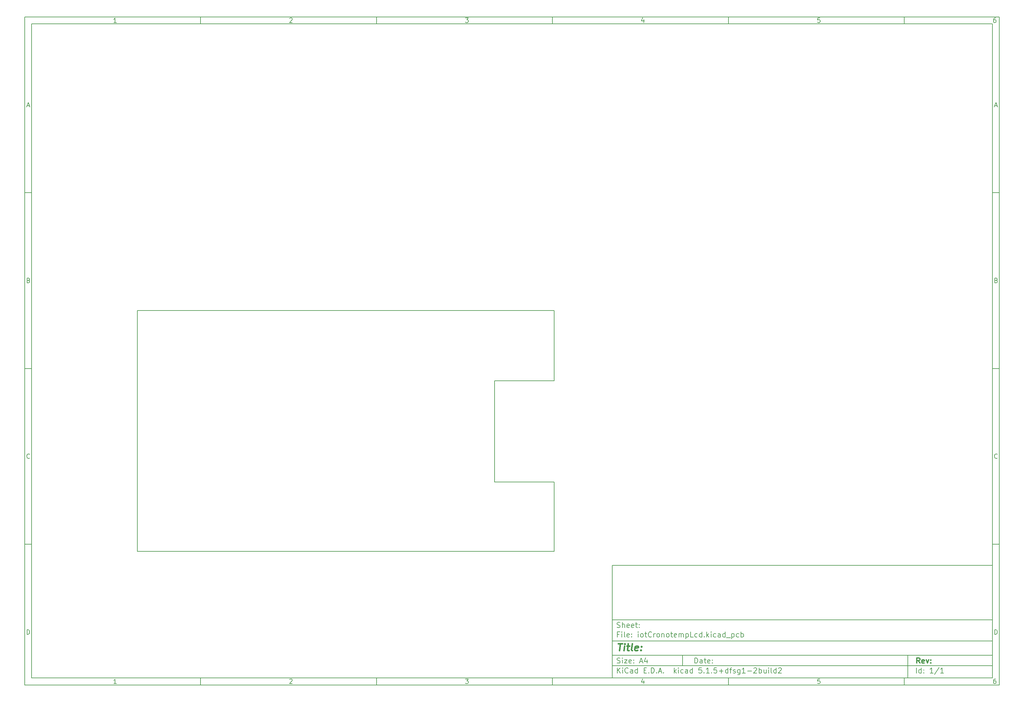
<source format=gbr>
%TF.GenerationSoftware,KiCad,Pcbnew,5.1.5+dfsg1-2build2*%
%TF.CreationDate,2021-01-19T23:04:30+01:00*%
%TF.ProjectId,iotCronotempLcd,696f7443-726f-46e6-9f74-656d704c6364,rev?*%
%TF.SameCoordinates,Original*%
%TF.FileFunction,Profile,NP*%
%FSLAX46Y46*%
G04 Gerber Fmt 4.6, Leading zero omitted, Abs format (unit mm)*
G04 Created by KiCad (PCBNEW 5.1.5+dfsg1-2build2) date 2021-01-19 23:04:30*
%MOMM*%
%LPD*%
G04 APERTURE LIST*
%ADD10C,0.100000*%
%ADD11C,0.150000*%
%ADD12C,0.300000*%
%ADD13C,0.400000*%
%TA.AperFunction,Profile*%
%ADD14C,0.150000*%
%TD*%
G04 APERTURE END LIST*
D10*
D11*
X177002200Y-166007200D02*
X177002200Y-198007200D01*
X285002200Y-198007200D01*
X285002200Y-166007200D01*
X177002200Y-166007200D01*
D10*
D11*
X10000000Y-10000000D02*
X10000000Y-200007200D01*
X287002200Y-200007200D01*
X287002200Y-10000000D01*
X10000000Y-10000000D01*
D10*
D11*
X12000000Y-12000000D02*
X12000000Y-198007200D01*
X285002200Y-198007200D01*
X285002200Y-12000000D01*
X12000000Y-12000000D01*
D10*
D11*
X60000000Y-12000000D02*
X60000000Y-10000000D01*
D10*
D11*
X110000000Y-12000000D02*
X110000000Y-10000000D01*
D10*
D11*
X160000000Y-12000000D02*
X160000000Y-10000000D01*
D10*
D11*
X210000000Y-12000000D02*
X210000000Y-10000000D01*
D10*
D11*
X260000000Y-12000000D02*
X260000000Y-10000000D01*
D10*
D11*
X36065476Y-11588095D02*
X35322619Y-11588095D01*
X35694047Y-11588095D02*
X35694047Y-10288095D01*
X35570238Y-10473809D01*
X35446428Y-10597619D01*
X35322619Y-10659523D01*
D10*
D11*
X85322619Y-10411904D02*
X85384523Y-10350000D01*
X85508333Y-10288095D01*
X85817857Y-10288095D01*
X85941666Y-10350000D01*
X86003571Y-10411904D01*
X86065476Y-10535714D01*
X86065476Y-10659523D01*
X86003571Y-10845238D01*
X85260714Y-11588095D01*
X86065476Y-11588095D01*
D10*
D11*
X135260714Y-10288095D02*
X136065476Y-10288095D01*
X135632142Y-10783333D01*
X135817857Y-10783333D01*
X135941666Y-10845238D01*
X136003571Y-10907142D01*
X136065476Y-11030952D01*
X136065476Y-11340476D01*
X136003571Y-11464285D01*
X135941666Y-11526190D01*
X135817857Y-11588095D01*
X135446428Y-11588095D01*
X135322619Y-11526190D01*
X135260714Y-11464285D01*
D10*
D11*
X185941666Y-10721428D02*
X185941666Y-11588095D01*
X185632142Y-10226190D02*
X185322619Y-11154761D01*
X186127380Y-11154761D01*
D10*
D11*
X236003571Y-10288095D02*
X235384523Y-10288095D01*
X235322619Y-10907142D01*
X235384523Y-10845238D01*
X235508333Y-10783333D01*
X235817857Y-10783333D01*
X235941666Y-10845238D01*
X236003571Y-10907142D01*
X236065476Y-11030952D01*
X236065476Y-11340476D01*
X236003571Y-11464285D01*
X235941666Y-11526190D01*
X235817857Y-11588095D01*
X235508333Y-11588095D01*
X235384523Y-11526190D01*
X235322619Y-11464285D01*
D10*
D11*
X285941666Y-10288095D02*
X285694047Y-10288095D01*
X285570238Y-10350000D01*
X285508333Y-10411904D01*
X285384523Y-10597619D01*
X285322619Y-10845238D01*
X285322619Y-11340476D01*
X285384523Y-11464285D01*
X285446428Y-11526190D01*
X285570238Y-11588095D01*
X285817857Y-11588095D01*
X285941666Y-11526190D01*
X286003571Y-11464285D01*
X286065476Y-11340476D01*
X286065476Y-11030952D01*
X286003571Y-10907142D01*
X285941666Y-10845238D01*
X285817857Y-10783333D01*
X285570238Y-10783333D01*
X285446428Y-10845238D01*
X285384523Y-10907142D01*
X285322619Y-11030952D01*
D10*
D11*
X60000000Y-198007200D02*
X60000000Y-200007200D01*
D10*
D11*
X110000000Y-198007200D02*
X110000000Y-200007200D01*
D10*
D11*
X160000000Y-198007200D02*
X160000000Y-200007200D01*
D10*
D11*
X210000000Y-198007200D02*
X210000000Y-200007200D01*
D10*
D11*
X260000000Y-198007200D02*
X260000000Y-200007200D01*
D10*
D11*
X36065476Y-199595295D02*
X35322619Y-199595295D01*
X35694047Y-199595295D02*
X35694047Y-198295295D01*
X35570238Y-198481009D01*
X35446428Y-198604819D01*
X35322619Y-198666723D01*
D10*
D11*
X85322619Y-198419104D02*
X85384523Y-198357200D01*
X85508333Y-198295295D01*
X85817857Y-198295295D01*
X85941666Y-198357200D01*
X86003571Y-198419104D01*
X86065476Y-198542914D01*
X86065476Y-198666723D01*
X86003571Y-198852438D01*
X85260714Y-199595295D01*
X86065476Y-199595295D01*
D10*
D11*
X135260714Y-198295295D02*
X136065476Y-198295295D01*
X135632142Y-198790533D01*
X135817857Y-198790533D01*
X135941666Y-198852438D01*
X136003571Y-198914342D01*
X136065476Y-199038152D01*
X136065476Y-199347676D01*
X136003571Y-199471485D01*
X135941666Y-199533390D01*
X135817857Y-199595295D01*
X135446428Y-199595295D01*
X135322619Y-199533390D01*
X135260714Y-199471485D01*
D10*
D11*
X185941666Y-198728628D02*
X185941666Y-199595295D01*
X185632142Y-198233390D02*
X185322619Y-199161961D01*
X186127380Y-199161961D01*
D10*
D11*
X236003571Y-198295295D02*
X235384523Y-198295295D01*
X235322619Y-198914342D01*
X235384523Y-198852438D01*
X235508333Y-198790533D01*
X235817857Y-198790533D01*
X235941666Y-198852438D01*
X236003571Y-198914342D01*
X236065476Y-199038152D01*
X236065476Y-199347676D01*
X236003571Y-199471485D01*
X235941666Y-199533390D01*
X235817857Y-199595295D01*
X235508333Y-199595295D01*
X235384523Y-199533390D01*
X235322619Y-199471485D01*
D10*
D11*
X285941666Y-198295295D02*
X285694047Y-198295295D01*
X285570238Y-198357200D01*
X285508333Y-198419104D01*
X285384523Y-198604819D01*
X285322619Y-198852438D01*
X285322619Y-199347676D01*
X285384523Y-199471485D01*
X285446428Y-199533390D01*
X285570238Y-199595295D01*
X285817857Y-199595295D01*
X285941666Y-199533390D01*
X286003571Y-199471485D01*
X286065476Y-199347676D01*
X286065476Y-199038152D01*
X286003571Y-198914342D01*
X285941666Y-198852438D01*
X285817857Y-198790533D01*
X285570238Y-198790533D01*
X285446428Y-198852438D01*
X285384523Y-198914342D01*
X285322619Y-199038152D01*
D10*
D11*
X10000000Y-60000000D02*
X12000000Y-60000000D01*
D10*
D11*
X10000000Y-110000000D02*
X12000000Y-110000000D01*
D10*
D11*
X10000000Y-160000000D02*
X12000000Y-160000000D01*
D10*
D11*
X10690476Y-35216666D02*
X11309523Y-35216666D01*
X10566666Y-35588095D02*
X11000000Y-34288095D01*
X11433333Y-35588095D01*
D10*
D11*
X11092857Y-84907142D02*
X11278571Y-84969047D01*
X11340476Y-85030952D01*
X11402380Y-85154761D01*
X11402380Y-85340476D01*
X11340476Y-85464285D01*
X11278571Y-85526190D01*
X11154761Y-85588095D01*
X10659523Y-85588095D01*
X10659523Y-84288095D01*
X11092857Y-84288095D01*
X11216666Y-84350000D01*
X11278571Y-84411904D01*
X11340476Y-84535714D01*
X11340476Y-84659523D01*
X11278571Y-84783333D01*
X11216666Y-84845238D01*
X11092857Y-84907142D01*
X10659523Y-84907142D01*
D10*
D11*
X11402380Y-135464285D02*
X11340476Y-135526190D01*
X11154761Y-135588095D01*
X11030952Y-135588095D01*
X10845238Y-135526190D01*
X10721428Y-135402380D01*
X10659523Y-135278571D01*
X10597619Y-135030952D01*
X10597619Y-134845238D01*
X10659523Y-134597619D01*
X10721428Y-134473809D01*
X10845238Y-134350000D01*
X11030952Y-134288095D01*
X11154761Y-134288095D01*
X11340476Y-134350000D01*
X11402380Y-134411904D01*
D10*
D11*
X10659523Y-185588095D02*
X10659523Y-184288095D01*
X10969047Y-184288095D01*
X11154761Y-184350000D01*
X11278571Y-184473809D01*
X11340476Y-184597619D01*
X11402380Y-184845238D01*
X11402380Y-185030952D01*
X11340476Y-185278571D01*
X11278571Y-185402380D01*
X11154761Y-185526190D01*
X10969047Y-185588095D01*
X10659523Y-185588095D01*
D10*
D11*
X287002200Y-60000000D02*
X285002200Y-60000000D01*
D10*
D11*
X287002200Y-110000000D02*
X285002200Y-110000000D01*
D10*
D11*
X287002200Y-160000000D02*
X285002200Y-160000000D01*
D10*
D11*
X285692676Y-35216666D02*
X286311723Y-35216666D01*
X285568866Y-35588095D02*
X286002200Y-34288095D01*
X286435533Y-35588095D01*
D10*
D11*
X286095057Y-84907142D02*
X286280771Y-84969047D01*
X286342676Y-85030952D01*
X286404580Y-85154761D01*
X286404580Y-85340476D01*
X286342676Y-85464285D01*
X286280771Y-85526190D01*
X286156961Y-85588095D01*
X285661723Y-85588095D01*
X285661723Y-84288095D01*
X286095057Y-84288095D01*
X286218866Y-84350000D01*
X286280771Y-84411904D01*
X286342676Y-84535714D01*
X286342676Y-84659523D01*
X286280771Y-84783333D01*
X286218866Y-84845238D01*
X286095057Y-84907142D01*
X285661723Y-84907142D01*
D10*
D11*
X286404580Y-135464285D02*
X286342676Y-135526190D01*
X286156961Y-135588095D01*
X286033152Y-135588095D01*
X285847438Y-135526190D01*
X285723628Y-135402380D01*
X285661723Y-135278571D01*
X285599819Y-135030952D01*
X285599819Y-134845238D01*
X285661723Y-134597619D01*
X285723628Y-134473809D01*
X285847438Y-134350000D01*
X286033152Y-134288095D01*
X286156961Y-134288095D01*
X286342676Y-134350000D01*
X286404580Y-134411904D01*
D10*
D11*
X285661723Y-185588095D02*
X285661723Y-184288095D01*
X285971247Y-184288095D01*
X286156961Y-184350000D01*
X286280771Y-184473809D01*
X286342676Y-184597619D01*
X286404580Y-184845238D01*
X286404580Y-185030952D01*
X286342676Y-185278571D01*
X286280771Y-185402380D01*
X286156961Y-185526190D01*
X285971247Y-185588095D01*
X285661723Y-185588095D01*
D10*
D11*
X200434342Y-193785771D02*
X200434342Y-192285771D01*
X200791485Y-192285771D01*
X201005771Y-192357200D01*
X201148628Y-192500057D01*
X201220057Y-192642914D01*
X201291485Y-192928628D01*
X201291485Y-193142914D01*
X201220057Y-193428628D01*
X201148628Y-193571485D01*
X201005771Y-193714342D01*
X200791485Y-193785771D01*
X200434342Y-193785771D01*
X202577200Y-193785771D02*
X202577200Y-193000057D01*
X202505771Y-192857200D01*
X202362914Y-192785771D01*
X202077200Y-192785771D01*
X201934342Y-192857200D01*
X202577200Y-193714342D02*
X202434342Y-193785771D01*
X202077200Y-193785771D01*
X201934342Y-193714342D01*
X201862914Y-193571485D01*
X201862914Y-193428628D01*
X201934342Y-193285771D01*
X202077200Y-193214342D01*
X202434342Y-193214342D01*
X202577200Y-193142914D01*
X203077200Y-192785771D02*
X203648628Y-192785771D01*
X203291485Y-192285771D02*
X203291485Y-193571485D01*
X203362914Y-193714342D01*
X203505771Y-193785771D01*
X203648628Y-193785771D01*
X204720057Y-193714342D02*
X204577200Y-193785771D01*
X204291485Y-193785771D01*
X204148628Y-193714342D01*
X204077200Y-193571485D01*
X204077200Y-193000057D01*
X204148628Y-192857200D01*
X204291485Y-192785771D01*
X204577200Y-192785771D01*
X204720057Y-192857200D01*
X204791485Y-193000057D01*
X204791485Y-193142914D01*
X204077200Y-193285771D01*
X205434342Y-193642914D02*
X205505771Y-193714342D01*
X205434342Y-193785771D01*
X205362914Y-193714342D01*
X205434342Y-193642914D01*
X205434342Y-193785771D01*
X205434342Y-192857200D02*
X205505771Y-192928628D01*
X205434342Y-193000057D01*
X205362914Y-192928628D01*
X205434342Y-192857200D01*
X205434342Y-193000057D01*
D10*
D11*
X177002200Y-194507200D02*
X285002200Y-194507200D01*
D10*
D11*
X178434342Y-196585771D02*
X178434342Y-195085771D01*
X179291485Y-196585771D02*
X178648628Y-195728628D01*
X179291485Y-195085771D02*
X178434342Y-195942914D01*
X179934342Y-196585771D02*
X179934342Y-195585771D01*
X179934342Y-195085771D02*
X179862914Y-195157200D01*
X179934342Y-195228628D01*
X180005771Y-195157200D01*
X179934342Y-195085771D01*
X179934342Y-195228628D01*
X181505771Y-196442914D02*
X181434342Y-196514342D01*
X181220057Y-196585771D01*
X181077200Y-196585771D01*
X180862914Y-196514342D01*
X180720057Y-196371485D01*
X180648628Y-196228628D01*
X180577200Y-195942914D01*
X180577200Y-195728628D01*
X180648628Y-195442914D01*
X180720057Y-195300057D01*
X180862914Y-195157200D01*
X181077200Y-195085771D01*
X181220057Y-195085771D01*
X181434342Y-195157200D01*
X181505771Y-195228628D01*
X182791485Y-196585771D02*
X182791485Y-195800057D01*
X182720057Y-195657200D01*
X182577200Y-195585771D01*
X182291485Y-195585771D01*
X182148628Y-195657200D01*
X182791485Y-196514342D02*
X182648628Y-196585771D01*
X182291485Y-196585771D01*
X182148628Y-196514342D01*
X182077200Y-196371485D01*
X182077200Y-196228628D01*
X182148628Y-196085771D01*
X182291485Y-196014342D01*
X182648628Y-196014342D01*
X182791485Y-195942914D01*
X184148628Y-196585771D02*
X184148628Y-195085771D01*
X184148628Y-196514342D02*
X184005771Y-196585771D01*
X183720057Y-196585771D01*
X183577200Y-196514342D01*
X183505771Y-196442914D01*
X183434342Y-196300057D01*
X183434342Y-195871485D01*
X183505771Y-195728628D01*
X183577200Y-195657200D01*
X183720057Y-195585771D01*
X184005771Y-195585771D01*
X184148628Y-195657200D01*
X186005771Y-195800057D02*
X186505771Y-195800057D01*
X186720057Y-196585771D02*
X186005771Y-196585771D01*
X186005771Y-195085771D01*
X186720057Y-195085771D01*
X187362914Y-196442914D02*
X187434342Y-196514342D01*
X187362914Y-196585771D01*
X187291485Y-196514342D01*
X187362914Y-196442914D01*
X187362914Y-196585771D01*
X188077200Y-196585771D02*
X188077200Y-195085771D01*
X188434342Y-195085771D01*
X188648628Y-195157200D01*
X188791485Y-195300057D01*
X188862914Y-195442914D01*
X188934342Y-195728628D01*
X188934342Y-195942914D01*
X188862914Y-196228628D01*
X188791485Y-196371485D01*
X188648628Y-196514342D01*
X188434342Y-196585771D01*
X188077200Y-196585771D01*
X189577200Y-196442914D02*
X189648628Y-196514342D01*
X189577200Y-196585771D01*
X189505771Y-196514342D01*
X189577200Y-196442914D01*
X189577200Y-196585771D01*
X190220057Y-196157200D02*
X190934342Y-196157200D01*
X190077200Y-196585771D02*
X190577200Y-195085771D01*
X191077200Y-196585771D01*
X191577200Y-196442914D02*
X191648628Y-196514342D01*
X191577200Y-196585771D01*
X191505771Y-196514342D01*
X191577200Y-196442914D01*
X191577200Y-196585771D01*
X194577200Y-196585771D02*
X194577200Y-195085771D01*
X194720057Y-196014342D02*
X195148628Y-196585771D01*
X195148628Y-195585771D02*
X194577200Y-196157200D01*
X195791485Y-196585771D02*
X195791485Y-195585771D01*
X195791485Y-195085771D02*
X195720057Y-195157200D01*
X195791485Y-195228628D01*
X195862914Y-195157200D01*
X195791485Y-195085771D01*
X195791485Y-195228628D01*
X197148628Y-196514342D02*
X197005771Y-196585771D01*
X196720057Y-196585771D01*
X196577200Y-196514342D01*
X196505771Y-196442914D01*
X196434342Y-196300057D01*
X196434342Y-195871485D01*
X196505771Y-195728628D01*
X196577200Y-195657200D01*
X196720057Y-195585771D01*
X197005771Y-195585771D01*
X197148628Y-195657200D01*
X198434342Y-196585771D02*
X198434342Y-195800057D01*
X198362914Y-195657200D01*
X198220057Y-195585771D01*
X197934342Y-195585771D01*
X197791485Y-195657200D01*
X198434342Y-196514342D02*
X198291485Y-196585771D01*
X197934342Y-196585771D01*
X197791485Y-196514342D01*
X197720057Y-196371485D01*
X197720057Y-196228628D01*
X197791485Y-196085771D01*
X197934342Y-196014342D01*
X198291485Y-196014342D01*
X198434342Y-195942914D01*
X199791485Y-196585771D02*
X199791485Y-195085771D01*
X199791485Y-196514342D02*
X199648628Y-196585771D01*
X199362914Y-196585771D01*
X199220057Y-196514342D01*
X199148628Y-196442914D01*
X199077200Y-196300057D01*
X199077200Y-195871485D01*
X199148628Y-195728628D01*
X199220057Y-195657200D01*
X199362914Y-195585771D01*
X199648628Y-195585771D01*
X199791485Y-195657200D01*
X202362914Y-195085771D02*
X201648628Y-195085771D01*
X201577200Y-195800057D01*
X201648628Y-195728628D01*
X201791485Y-195657200D01*
X202148628Y-195657200D01*
X202291485Y-195728628D01*
X202362914Y-195800057D01*
X202434342Y-195942914D01*
X202434342Y-196300057D01*
X202362914Y-196442914D01*
X202291485Y-196514342D01*
X202148628Y-196585771D01*
X201791485Y-196585771D01*
X201648628Y-196514342D01*
X201577200Y-196442914D01*
X203077200Y-196442914D02*
X203148628Y-196514342D01*
X203077200Y-196585771D01*
X203005771Y-196514342D01*
X203077200Y-196442914D01*
X203077200Y-196585771D01*
X204577200Y-196585771D02*
X203720057Y-196585771D01*
X204148628Y-196585771D02*
X204148628Y-195085771D01*
X204005771Y-195300057D01*
X203862914Y-195442914D01*
X203720057Y-195514342D01*
X205220057Y-196442914D02*
X205291485Y-196514342D01*
X205220057Y-196585771D01*
X205148628Y-196514342D01*
X205220057Y-196442914D01*
X205220057Y-196585771D01*
X206648628Y-195085771D02*
X205934342Y-195085771D01*
X205862914Y-195800057D01*
X205934342Y-195728628D01*
X206077200Y-195657200D01*
X206434342Y-195657200D01*
X206577200Y-195728628D01*
X206648628Y-195800057D01*
X206720057Y-195942914D01*
X206720057Y-196300057D01*
X206648628Y-196442914D01*
X206577200Y-196514342D01*
X206434342Y-196585771D01*
X206077200Y-196585771D01*
X205934342Y-196514342D01*
X205862914Y-196442914D01*
X207362914Y-196014342D02*
X208505771Y-196014342D01*
X207934342Y-196585771D02*
X207934342Y-195442914D01*
X209862914Y-196585771D02*
X209862914Y-195085771D01*
X209862914Y-196514342D02*
X209720057Y-196585771D01*
X209434342Y-196585771D01*
X209291485Y-196514342D01*
X209220057Y-196442914D01*
X209148628Y-196300057D01*
X209148628Y-195871485D01*
X209220057Y-195728628D01*
X209291485Y-195657200D01*
X209434342Y-195585771D01*
X209720057Y-195585771D01*
X209862914Y-195657200D01*
X210362914Y-195585771D02*
X210934342Y-195585771D01*
X210577200Y-196585771D02*
X210577200Y-195300057D01*
X210648628Y-195157200D01*
X210791485Y-195085771D01*
X210934342Y-195085771D01*
X211362914Y-196514342D02*
X211505771Y-196585771D01*
X211791485Y-196585771D01*
X211934342Y-196514342D01*
X212005771Y-196371485D01*
X212005771Y-196300057D01*
X211934342Y-196157200D01*
X211791485Y-196085771D01*
X211577200Y-196085771D01*
X211434342Y-196014342D01*
X211362914Y-195871485D01*
X211362914Y-195800057D01*
X211434342Y-195657200D01*
X211577200Y-195585771D01*
X211791485Y-195585771D01*
X211934342Y-195657200D01*
X213291485Y-195585771D02*
X213291485Y-196800057D01*
X213220057Y-196942914D01*
X213148628Y-197014342D01*
X213005771Y-197085771D01*
X212791485Y-197085771D01*
X212648628Y-197014342D01*
X213291485Y-196514342D02*
X213148628Y-196585771D01*
X212862914Y-196585771D01*
X212720057Y-196514342D01*
X212648628Y-196442914D01*
X212577200Y-196300057D01*
X212577200Y-195871485D01*
X212648628Y-195728628D01*
X212720057Y-195657200D01*
X212862914Y-195585771D01*
X213148628Y-195585771D01*
X213291485Y-195657200D01*
X214791485Y-196585771D02*
X213934342Y-196585771D01*
X214362914Y-196585771D02*
X214362914Y-195085771D01*
X214220057Y-195300057D01*
X214077200Y-195442914D01*
X213934342Y-195514342D01*
X215434342Y-196014342D02*
X216577200Y-196014342D01*
X217220057Y-195228628D02*
X217291485Y-195157200D01*
X217434342Y-195085771D01*
X217791485Y-195085771D01*
X217934342Y-195157200D01*
X218005771Y-195228628D01*
X218077200Y-195371485D01*
X218077200Y-195514342D01*
X218005771Y-195728628D01*
X217148628Y-196585771D01*
X218077200Y-196585771D01*
X218720057Y-196585771D02*
X218720057Y-195085771D01*
X218720057Y-195657200D02*
X218862914Y-195585771D01*
X219148628Y-195585771D01*
X219291485Y-195657200D01*
X219362914Y-195728628D01*
X219434342Y-195871485D01*
X219434342Y-196300057D01*
X219362914Y-196442914D01*
X219291485Y-196514342D01*
X219148628Y-196585771D01*
X218862914Y-196585771D01*
X218720057Y-196514342D01*
X220720057Y-195585771D02*
X220720057Y-196585771D01*
X220077200Y-195585771D02*
X220077200Y-196371485D01*
X220148628Y-196514342D01*
X220291485Y-196585771D01*
X220505771Y-196585771D01*
X220648628Y-196514342D01*
X220720057Y-196442914D01*
X221434342Y-196585771D02*
X221434342Y-195585771D01*
X221434342Y-195085771D02*
X221362914Y-195157200D01*
X221434342Y-195228628D01*
X221505771Y-195157200D01*
X221434342Y-195085771D01*
X221434342Y-195228628D01*
X222362914Y-196585771D02*
X222220057Y-196514342D01*
X222148628Y-196371485D01*
X222148628Y-195085771D01*
X223577200Y-196585771D02*
X223577200Y-195085771D01*
X223577200Y-196514342D02*
X223434342Y-196585771D01*
X223148628Y-196585771D01*
X223005771Y-196514342D01*
X222934342Y-196442914D01*
X222862914Y-196300057D01*
X222862914Y-195871485D01*
X222934342Y-195728628D01*
X223005771Y-195657200D01*
X223148628Y-195585771D01*
X223434342Y-195585771D01*
X223577200Y-195657200D01*
X224220057Y-195228628D02*
X224291485Y-195157200D01*
X224434342Y-195085771D01*
X224791485Y-195085771D01*
X224934342Y-195157200D01*
X225005771Y-195228628D01*
X225077200Y-195371485D01*
X225077200Y-195514342D01*
X225005771Y-195728628D01*
X224148628Y-196585771D01*
X225077200Y-196585771D01*
D10*
D11*
X177002200Y-191507200D02*
X285002200Y-191507200D01*
D10*
D12*
X264411485Y-193785771D02*
X263911485Y-193071485D01*
X263554342Y-193785771D02*
X263554342Y-192285771D01*
X264125771Y-192285771D01*
X264268628Y-192357200D01*
X264340057Y-192428628D01*
X264411485Y-192571485D01*
X264411485Y-192785771D01*
X264340057Y-192928628D01*
X264268628Y-193000057D01*
X264125771Y-193071485D01*
X263554342Y-193071485D01*
X265625771Y-193714342D02*
X265482914Y-193785771D01*
X265197200Y-193785771D01*
X265054342Y-193714342D01*
X264982914Y-193571485D01*
X264982914Y-193000057D01*
X265054342Y-192857200D01*
X265197200Y-192785771D01*
X265482914Y-192785771D01*
X265625771Y-192857200D01*
X265697200Y-193000057D01*
X265697200Y-193142914D01*
X264982914Y-193285771D01*
X266197200Y-192785771D02*
X266554342Y-193785771D01*
X266911485Y-192785771D01*
X267482914Y-193642914D02*
X267554342Y-193714342D01*
X267482914Y-193785771D01*
X267411485Y-193714342D01*
X267482914Y-193642914D01*
X267482914Y-193785771D01*
X267482914Y-192857200D02*
X267554342Y-192928628D01*
X267482914Y-193000057D01*
X267411485Y-192928628D01*
X267482914Y-192857200D01*
X267482914Y-193000057D01*
D10*
D11*
X178362914Y-193714342D02*
X178577200Y-193785771D01*
X178934342Y-193785771D01*
X179077200Y-193714342D01*
X179148628Y-193642914D01*
X179220057Y-193500057D01*
X179220057Y-193357200D01*
X179148628Y-193214342D01*
X179077200Y-193142914D01*
X178934342Y-193071485D01*
X178648628Y-193000057D01*
X178505771Y-192928628D01*
X178434342Y-192857200D01*
X178362914Y-192714342D01*
X178362914Y-192571485D01*
X178434342Y-192428628D01*
X178505771Y-192357200D01*
X178648628Y-192285771D01*
X179005771Y-192285771D01*
X179220057Y-192357200D01*
X179862914Y-193785771D02*
X179862914Y-192785771D01*
X179862914Y-192285771D02*
X179791485Y-192357200D01*
X179862914Y-192428628D01*
X179934342Y-192357200D01*
X179862914Y-192285771D01*
X179862914Y-192428628D01*
X180434342Y-192785771D02*
X181220057Y-192785771D01*
X180434342Y-193785771D01*
X181220057Y-193785771D01*
X182362914Y-193714342D02*
X182220057Y-193785771D01*
X181934342Y-193785771D01*
X181791485Y-193714342D01*
X181720057Y-193571485D01*
X181720057Y-193000057D01*
X181791485Y-192857200D01*
X181934342Y-192785771D01*
X182220057Y-192785771D01*
X182362914Y-192857200D01*
X182434342Y-193000057D01*
X182434342Y-193142914D01*
X181720057Y-193285771D01*
X183077200Y-193642914D02*
X183148628Y-193714342D01*
X183077200Y-193785771D01*
X183005771Y-193714342D01*
X183077200Y-193642914D01*
X183077200Y-193785771D01*
X183077200Y-192857200D02*
X183148628Y-192928628D01*
X183077200Y-193000057D01*
X183005771Y-192928628D01*
X183077200Y-192857200D01*
X183077200Y-193000057D01*
X184862914Y-193357200D02*
X185577200Y-193357200D01*
X184720057Y-193785771D02*
X185220057Y-192285771D01*
X185720057Y-193785771D01*
X186862914Y-192785771D02*
X186862914Y-193785771D01*
X186505771Y-192214342D02*
X186148628Y-193285771D01*
X187077200Y-193285771D01*
D10*
D11*
X263434342Y-196585771D02*
X263434342Y-195085771D01*
X264791485Y-196585771D02*
X264791485Y-195085771D01*
X264791485Y-196514342D02*
X264648628Y-196585771D01*
X264362914Y-196585771D01*
X264220057Y-196514342D01*
X264148628Y-196442914D01*
X264077200Y-196300057D01*
X264077200Y-195871485D01*
X264148628Y-195728628D01*
X264220057Y-195657200D01*
X264362914Y-195585771D01*
X264648628Y-195585771D01*
X264791485Y-195657200D01*
X265505771Y-196442914D02*
X265577200Y-196514342D01*
X265505771Y-196585771D01*
X265434342Y-196514342D01*
X265505771Y-196442914D01*
X265505771Y-196585771D01*
X265505771Y-195657200D02*
X265577200Y-195728628D01*
X265505771Y-195800057D01*
X265434342Y-195728628D01*
X265505771Y-195657200D01*
X265505771Y-195800057D01*
X268148628Y-196585771D02*
X267291485Y-196585771D01*
X267720057Y-196585771D02*
X267720057Y-195085771D01*
X267577200Y-195300057D01*
X267434342Y-195442914D01*
X267291485Y-195514342D01*
X269862914Y-195014342D02*
X268577200Y-196942914D01*
X271148628Y-196585771D02*
X270291485Y-196585771D01*
X270720057Y-196585771D02*
X270720057Y-195085771D01*
X270577200Y-195300057D01*
X270434342Y-195442914D01*
X270291485Y-195514342D01*
D10*
D11*
X177002200Y-187507200D02*
X285002200Y-187507200D01*
D10*
D13*
X178714580Y-188211961D02*
X179857438Y-188211961D01*
X179036009Y-190211961D02*
X179286009Y-188211961D01*
X180274104Y-190211961D02*
X180440771Y-188878628D01*
X180524104Y-188211961D02*
X180416961Y-188307200D01*
X180500295Y-188402438D01*
X180607438Y-188307200D01*
X180524104Y-188211961D01*
X180500295Y-188402438D01*
X181107438Y-188878628D02*
X181869342Y-188878628D01*
X181476485Y-188211961D02*
X181262200Y-189926247D01*
X181333628Y-190116723D01*
X181512200Y-190211961D01*
X181702676Y-190211961D01*
X182655057Y-190211961D02*
X182476485Y-190116723D01*
X182405057Y-189926247D01*
X182619342Y-188211961D01*
X184190771Y-190116723D02*
X183988390Y-190211961D01*
X183607438Y-190211961D01*
X183428866Y-190116723D01*
X183357438Y-189926247D01*
X183452676Y-189164342D01*
X183571723Y-188973866D01*
X183774104Y-188878628D01*
X184155057Y-188878628D01*
X184333628Y-188973866D01*
X184405057Y-189164342D01*
X184381247Y-189354819D01*
X183405057Y-189545295D01*
X185155057Y-190021485D02*
X185238390Y-190116723D01*
X185131247Y-190211961D01*
X185047914Y-190116723D01*
X185155057Y-190021485D01*
X185131247Y-190211961D01*
X185286009Y-188973866D02*
X185369342Y-189069104D01*
X185262200Y-189164342D01*
X185178866Y-189069104D01*
X185286009Y-188973866D01*
X185262200Y-189164342D01*
D10*
D11*
X178934342Y-185600057D02*
X178434342Y-185600057D01*
X178434342Y-186385771D02*
X178434342Y-184885771D01*
X179148628Y-184885771D01*
X179720057Y-186385771D02*
X179720057Y-185385771D01*
X179720057Y-184885771D02*
X179648628Y-184957200D01*
X179720057Y-185028628D01*
X179791485Y-184957200D01*
X179720057Y-184885771D01*
X179720057Y-185028628D01*
X180648628Y-186385771D02*
X180505771Y-186314342D01*
X180434342Y-186171485D01*
X180434342Y-184885771D01*
X181791485Y-186314342D02*
X181648628Y-186385771D01*
X181362914Y-186385771D01*
X181220057Y-186314342D01*
X181148628Y-186171485D01*
X181148628Y-185600057D01*
X181220057Y-185457200D01*
X181362914Y-185385771D01*
X181648628Y-185385771D01*
X181791485Y-185457200D01*
X181862914Y-185600057D01*
X181862914Y-185742914D01*
X181148628Y-185885771D01*
X182505771Y-186242914D02*
X182577200Y-186314342D01*
X182505771Y-186385771D01*
X182434342Y-186314342D01*
X182505771Y-186242914D01*
X182505771Y-186385771D01*
X182505771Y-185457200D02*
X182577200Y-185528628D01*
X182505771Y-185600057D01*
X182434342Y-185528628D01*
X182505771Y-185457200D01*
X182505771Y-185600057D01*
X184362914Y-186385771D02*
X184362914Y-185385771D01*
X184362914Y-184885771D02*
X184291485Y-184957200D01*
X184362914Y-185028628D01*
X184434342Y-184957200D01*
X184362914Y-184885771D01*
X184362914Y-185028628D01*
X185291485Y-186385771D02*
X185148628Y-186314342D01*
X185077200Y-186242914D01*
X185005771Y-186100057D01*
X185005771Y-185671485D01*
X185077200Y-185528628D01*
X185148628Y-185457200D01*
X185291485Y-185385771D01*
X185505771Y-185385771D01*
X185648628Y-185457200D01*
X185720057Y-185528628D01*
X185791485Y-185671485D01*
X185791485Y-186100057D01*
X185720057Y-186242914D01*
X185648628Y-186314342D01*
X185505771Y-186385771D01*
X185291485Y-186385771D01*
X186220057Y-185385771D02*
X186791485Y-185385771D01*
X186434342Y-184885771D02*
X186434342Y-186171485D01*
X186505771Y-186314342D01*
X186648628Y-186385771D01*
X186791485Y-186385771D01*
X188148628Y-186242914D02*
X188077200Y-186314342D01*
X187862914Y-186385771D01*
X187720057Y-186385771D01*
X187505771Y-186314342D01*
X187362914Y-186171485D01*
X187291485Y-186028628D01*
X187220057Y-185742914D01*
X187220057Y-185528628D01*
X187291485Y-185242914D01*
X187362914Y-185100057D01*
X187505771Y-184957200D01*
X187720057Y-184885771D01*
X187862914Y-184885771D01*
X188077200Y-184957200D01*
X188148628Y-185028628D01*
X188791485Y-186385771D02*
X188791485Y-185385771D01*
X188791485Y-185671485D02*
X188862914Y-185528628D01*
X188934342Y-185457200D01*
X189077200Y-185385771D01*
X189220057Y-185385771D01*
X189934342Y-186385771D02*
X189791485Y-186314342D01*
X189720057Y-186242914D01*
X189648628Y-186100057D01*
X189648628Y-185671485D01*
X189720057Y-185528628D01*
X189791485Y-185457200D01*
X189934342Y-185385771D01*
X190148628Y-185385771D01*
X190291485Y-185457200D01*
X190362914Y-185528628D01*
X190434342Y-185671485D01*
X190434342Y-186100057D01*
X190362914Y-186242914D01*
X190291485Y-186314342D01*
X190148628Y-186385771D01*
X189934342Y-186385771D01*
X191077200Y-185385771D02*
X191077200Y-186385771D01*
X191077200Y-185528628D02*
X191148628Y-185457200D01*
X191291485Y-185385771D01*
X191505771Y-185385771D01*
X191648628Y-185457200D01*
X191720057Y-185600057D01*
X191720057Y-186385771D01*
X192648628Y-186385771D02*
X192505771Y-186314342D01*
X192434342Y-186242914D01*
X192362914Y-186100057D01*
X192362914Y-185671485D01*
X192434342Y-185528628D01*
X192505771Y-185457200D01*
X192648628Y-185385771D01*
X192862914Y-185385771D01*
X193005771Y-185457200D01*
X193077200Y-185528628D01*
X193148628Y-185671485D01*
X193148628Y-186100057D01*
X193077200Y-186242914D01*
X193005771Y-186314342D01*
X192862914Y-186385771D01*
X192648628Y-186385771D01*
X193577200Y-185385771D02*
X194148628Y-185385771D01*
X193791485Y-184885771D02*
X193791485Y-186171485D01*
X193862914Y-186314342D01*
X194005771Y-186385771D01*
X194148628Y-186385771D01*
X195220057Y-186314342D02*
X195077200Y-186385771D01*
X194791485Y-186385771D01*
X194648628Y-186314342D01*
X194577200Y-186171485D01*
X194577200Y-185600057D01*
X194648628Y-185457200D01*
X194791485Y-185385771D01*
X195077200Y-185385771D01*
X195220057Y-185457200D01*
X195291485Y-185600057D01*
X195291485Y-185742914D01*
X194577200Y-185885771D01*
X195934342Y-186385771D02*
X195934342Y-185385771D01*
X195934342Y-185528628D02*
X196005771Y-185457200D01*
X196148628Y-185385771D01*
X196362914Y-185385771D01*
X196505771Y-185457200D01*
X196577200Y-185600057D01*
X196577200Y-186385771D01*
X196577200Y-185600057D02*
X196648628Y-185457200D01*
X196791485Y-185385771D01*
X197005771Y-185385771D01*
X197148628Y-185457200D01*
X197220057Y-185600057D01*
X197220057Y-186385771D01*
X197934342Y-185385771D02*
X197934342Y-186885771D01*
X197934342Y-185457200D02*
X198077200Y-185385771D01*
X198362914Y-185385771D01*
X198505771Y-185457200D01*
X198577200Y-185528628D01*
X198648628Y-185671485D01*
X198648628Y-186100057D01*
X198577200Y-186242914D01*
X198505771Y-186314342D01*
X198362914Y-186385771D01*
X198077200Y-186385771D01*
X197934342Y-186314342D01*
X200005771Y-186385771D02*
X199291485Y-186385771D01*
X199291485Y-184885771D01*
X201148628Y-186314342D02*
X201005771Y-186385771D01*
X200720057Y-186385771D01*
X200577200Y-186314342D01*
X200505771Y-186242914D01*
X200434342Y-186100057D01*
X200434342Y-185671485D01*
X200505771Y-185528628D01*
X200577200Y-185457200D01*
X200720057Y-185385771D01*
X201005771Y-185385771D01*
X201148628Y-185457200D01*
X202434342Y-186385771D02*
X202434342Y-184885771D01*
X202434342Y-186314342D02*
X202291485Y-186385771D01*
X202005771Y-186385771D01*
X201862914Y-186314342D01*
X201791485Y-186242914D01*
X201720057Y-186100057D01*
X201720057Y-185671485D01*
X201791485Y-185528628D01*
X201862914Y-185457200D01*
X202005771Y-185385771D01*
X202291485Y-185385771D01*
X202434342Y-185457200D01*
X203148628Y-186242914D02*
X203220057Y-186314342D01*
X203148628Y-186385771D01*
X203077200Y-186314342D01*
X203148628Y-186242914D01*
X203148628Y-186385771D01*
X203862914Y-186385771D02*
X203862914Y-184885771D01*
X204005771Y-185814342D02*
X204434342Y-186385771D01*
X204434342Y-185385771D02*
X203862914Y-185957200D01*
X205077200Y-186385771D02*
X205077200Y-185385771D01*
X205077200Y-184885771D02*
X205005771Y-184957200D01*
X205077200Y-185028628D01*
X205148628Y-184957200D01*
X205077200Y-184885771D01*
X205077200Y-185028628D01*
X206434342Y-186314342D02*
X206291485Y-186385771D01*
X206005771Y-186385771D01*
X205862914Y-186314342D01*
X205791485Y-186242914D01*
X205720057Y-186100057D01*
X205720057Y-185671485D01*
X205791485Y-185528628D01*
X205862914Y-185457200D01*
X206005771Y-185385771D01*
X206291485Y-185385771D01*
X206434342Y-185457200D01*
X207720057Y-186385771D02*
X207720057Y-185600057D01*
X207648628Y-185457200D01*
X207505771Y-185385771D01*
X207220057Y-185385771D01*
X207077200Y-185457200D01*
X207720057Y-186314342D02*
X207577200Y-186385771D01*
X207220057Y-186385771D01*
X207077200Y-186314342D01*
X207005771Y-186171485D01*
X207005771Y-186028628D01*
X207077200Y-185885771D01*
X207220057Y-185814342D01*
X207577200Y-185814342D01*
X207720057Y-185742914D01*
X209077200Y-186385771D02*
X209077200Y-184885771D01*
X209077200Y-186314342D02*
X208934342Y-186385771D01*
X208648628Y-186385771D01*
X208505771Y-186314342D01*
X208434342Y-186242914D01*
X208362914Y-186100057D01*
X208362914Y-185671485D01*
X208434342Y-185528628D01*
X208505771Y-185457200D01*
X208648628Y-185385771D01*
X208934342Y-185385771D01*
X209077200Y-185457200D01*
X209434342Y-186528628D02*
X210577200Y-186528628D01*
X210934342Y-185385771D02*
X210934342Y-186885771D01*
X210934342Y-185457200D02*
X211077200Y-185385771D01*
X211362914Y-185385771D01*
X211505771Y-185457200D01*
X211577200Y-185528628D01*
X211648628Y-185671485D01*
X211648628Y-186100057D01*
X211577200Y-186242914D01*
X211505771Y-186314342D01*
X211362914Y-186385771D01*
X211077200Y-186385771D01*
X210934342Y-186314342D01*
X212934342Y-186314342D02*
X212791485Y-186385771D01*
X212505771Y-186385771D01*
X212362914Y-186314342D01*
X212291485Y-186242914D01*
X212220057Y-186100057D01*
X212220057Y-185671485D01*
X212291485Y-185528628D01*
X212362914Y-185457200D01*
X212505771Y-185385771D01*
X212791485Y-185385771D01*
X212934342Y-185457200D01*
X213577200Y-186385771D02*
X213577200Y-184885771D01*
X213577200Y-185457200D02*
X213720057Y-185385771D01*
X214005771Y-185385771D01*
X214148628Y-185457200D01*
X214220057Y-185528628D01*
X214291485Y-185671485D01*
X214291485Y-186100057D01*
X214220057Y-186242914D01*
X214148628Y-186314342D01*
X214005771Y-186385771D01*
X213720057Y-186385771D01*
X213577200Y-186314342D01*
D10*
D11*
X177002200Y-181507200D02*
X285002200Y-181507200D01*
D10*
D11*
X178362914Y-183614342D02*
X178577200Y-183685771D01*
X178934342Y-183685771D01*
X179077200Y-183614342D01*
X179148628Y-183542914D01*
X179220057Y-183400057D01*
X179220057Y-183257200D01*
X179148628Y-183114342D01*
X179077200Y-183042914D01*
X178934342Y-182971485D01*
X178648628Y-182900057D01*
X178505771Y-182828628D01*
X178434342Y-182757200D01*
X178362914Y-182614342D01*
X178362914Y-182471485D01*
X178434342Y-182328628D01*
X178505771Y-182257200D01*
X178648628Y-182185771D01*
X179005771Y-182185771D01*
X179220057Y-182257200D01*
X179862914Y-183685771D02*
X179862914Y-182185771D01*
X180505771Y-183685771D02*
X180505771Y-182900057D01*
X180434342Y-182757200D01*
X180291485Y-182685771D01*
X180077200Y-182685771D01*
X179934342Y-182757200D01*
X179862914Y-182828628D01*
X181791485Y-183614342D02*
X181648628Y-183685771D01*
X181362914Y-183685771D01*
X181220057Y-183614342D01*
X181148628Y-183471485D01*
X181148628Y-182900057D01*
X181220057Y-182757200D01*
X181362914Y-182685771D01*
X181648628Y-182685771D01*
X181791485Y-182757200D01*
X181862914Y-182900057D01*
X181862914Y-183042914D01*
X181148628Y-183185771D01*
X183077200Y-183614342D02*
X182934342Y-183685771D01*
X182648628Y-183685771D01*
X182505771Y-183614342D01*
X182434342Y-183471485D01*
X182434342Y-182900057D01*
X182505771Y-182757200D01*
X182648628Y-182685771D01*
X182934342Y-182685771D01*
X183077200Y-182757200D01*
X183148628Y-182900057D01*
X183148628Y-183042914D01*
X182434342Y-183185771D01*
X183577200Y-182685771D02*
X184148628Y-182685771D01*
X183791485Y-182185771D02*
X183791485Y-183471485D01*
X183862914Y-183614342D01*
X184005771Y-183685771D01*
X184148628Y-183685771D01*
X184648628Y-183542914D02*
X184720057Y-183614342D01*
X184648628Y-183685771D01*
X184577200Y-183614342D01*
X184648628Y-183542914D01*
X184648628Y-183685771D01*
X184648628Y-182757200D02*
X184720057Y-182828628D01*
X184648628Y-182900057D01*
X184577200Y-182828628D01*
X184648628Y-182757200D01*
X184648628Y-182900057D01*
D10*
D11*
X197002200Y-191507200D02*
X197002200Y-194507200D01*
D10*
D11*
X261002200Y-191507200D02*
X261002200Y-198007200D01*
D14*
X143500000Y-113500000D02*
X143500000Y-142300000D01*
X160500000Y-142300000D02*
X160500000Y-162000000D01*
X143500000Y-142300000D02*
X160500000Y-142300000D01*
X160500000Y-113500000D02*
X143500000Y-113500000D01*
X160500000Y-93500000D02*
X160500000Y-113500000D01*
X42000000Y-162000000D02*
X42000000Y-93500000D01*
X160500000Y-162000000D02*
X42000000Y-162000000D01*
X42000000Y-93500000D02*
X160500000Y-93500000D01*
M02*

</source>
